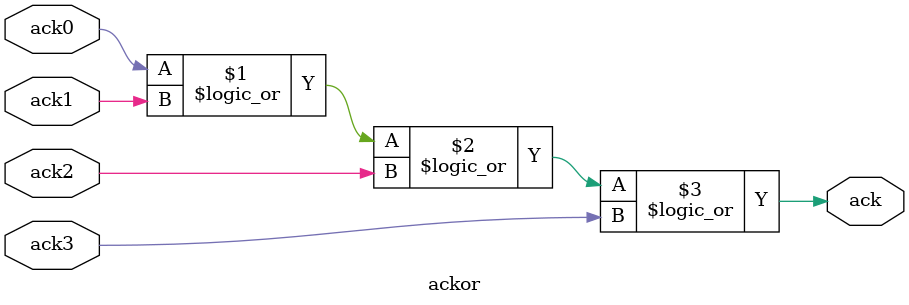
<source format=v>
module ackor(input ack0,ack1,ack2,ack3,output ack);

assign ack = ack0||ack1||ack2||ack3;

endmodule
</source>
